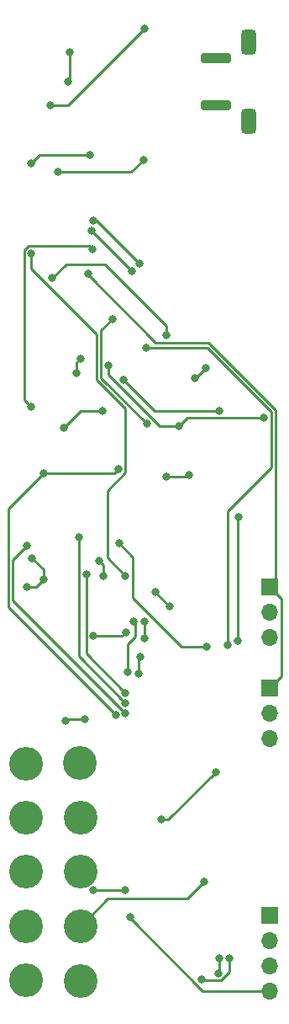
<source format=gbl>
%TF.GenerationSoftware,KiCad,Pcbnew,7.0.10*%
%TF.CreationDate,2024-03-06T19:49:30-08:00*%
%TF.ProjectId,462FinalProject,34363246-696e-4616-9c50-726f6a656374,rev?*%
%TF.SameCoordinates,Original*%
%TF.FileFunction,Copper,L2,Bot*%
%TF.FilePolarity,Positive*%
%FSLAX46Y46*%
G04 Gerber Fmt 4.6, Leading zero omitted, Abs format (unit mm)*
G04 Created by KiCad (PCBNEW 7.0.10) date 2024-03-06 19:49:30*
%MOMM*%
%LPD*%
G01*
G04 APERTURE LIST*
G04 Aperture macros list*
%AMRoundRect*
0 Rectangle with rounded corners*
0 $1 Rounding radius*
0 $2 $3 $4 $5 $6 $7 $8 $9 X,Y pos of 4 corners*
0 Add a 4 corners polygon primitive as box body*
4,1,4,$2,$3,$4,$5,$6,$7,$8,$9,$2,$3,0*
0 Add four circle primitives for the rounded corners*
1,1,$1+$1,$2,$3*
1,1,$1+$1,$4,$5*
1,1,$1+$1,$6,$7*
1,1,$1+$1,$8,$9*
0 Add four rect primitives between the rounded corners*
20,1,$1+$1,$2,$3,$4,$5,0*
20,1,$1+$1,$4,$5,$6,$7,0*
20,1,$1+$1,$6,$7,$8,$9,0*
20,1,$1+$1,$8,$9,$2,$3,0*%
G04 Aperture macros list end*
%TA.AperFunction,ComponentPad*%
%ADD10C,3.400000*%
%TD*%
%TA.AperFunction,ComponentPad*%
%ADD11RoundRect,0.375000X-0.375000X0.875000X-0.375000X-0.875000X0.375000X-0.875000X0.375000X0.875000X0*%
%TD*%
%TA.AperFunction,ComponentPad*%
%ADD12RoundRect,0.200000X1.300000X-0.300000X1.300000X0.300000X-1.300000X0.300000X-1.300000X-0.300000X0*%
%TD*%
%TA.AperFunction,ComponentPad*%
%ADD13RoundRect,0.375000X0.375000X-0.875000X0.375000X0.875000X-0.375000X0.875000X-0.375000X-0.875000X0*%
%TD*%
%TA.AperFunction,ComponentPad*%
%ADD14R,1.700000X1.700000*%
%TD*%
%TA.AperFunction,ComponentPad*%
%ADD15O,1.700000X1.700000*%
%TD*%
%TA.AperFunction,ViaPad*%
%ADD16C,0.800000*%
%TD*%
%TA.AperFunction,Conductor*%
%ADD17C,0.250000*%
%TD*%
G04 APERTURE END LIST*
D10*
%TO.P,TP6,1,1*%
%TO.N,PA12_PA10_MCU*%
X209551215Y-161572020D03*
%TD*%
%TO.P,TP8,1,1*%
%TO.N,PC15_MCU*%
X209530195Y-150568664D03*
%TD*%
%TO.P,TP3,1,1*%
%TO.N,PA2_MCU*%
X204080195Y-150568664D03*
%TD*%
%TO.P,TP9,1,1*%
%TO.N,PB3_PB4_PB5P_PB6_MCU*%
X209530195Y-156018664D03*
%TD*%
D11*
%TO.P,J3,6,Shield*%
%TO.N,GND*%
X226520000Y-75120000D03*
D12*
X223220000Y-73520000D03*
X223220000Y-68720000D03*
D13*
X226520000Y-67120000D03*
%TD*%
D10*
%TO.P,TP1,1,1*%
%TO.N,PA0_MCU*%
X204080195Y-139668664D03*
%TD*%
%TO.P,TP7,1,1*%
%TO.N,PC14_PB9_MCU*%
X209530195Y-145118664D03*
%TD*%
D14*
%TO.P,J4,1,Pin_1*%
%TO.N,LiPO Low*%
X228600000Y-121920000D03*
D15*
%TO.P,J4,2,Pin_2*%
%TO.N,3.3v Battery*%
X228600000Y-124460000D03*
%TO.P,J4,3,Pin_3*%
%TO.N,LiPO High*%
X228600000Y-127000000D03*
%TD*%
D10*
%TO.P,TP10,1,1*%
%TO.N,PB7_PB8_MCU*%
X209462421Y-139635046D03*
%TD*%
D14*
%TO.P,J2,1,Pin_1*%
%TO.N,LiPO Low*%
X228600000Y-132080000D03*
D15*
%TO.P,J2,2,Pin_2*%
%TO.N,LiPO Mid*%
X228600000Y-134620000D03*
%TO.P,J2,3,Pin_3*%
%TO.N,LiPO High*%
X228600000Y-137160000D03*
%TD*%
D10*
%TO.P,TP5,1,1*%
%TO.N,PA11_PA9_MCU*%
X204080195Y-161468664D03*
%TD*%
D14*
%TO.P,J5,1,Pin_1*%
%TO.N,SWDIO*%
X228600000Y-154940000D03*
D15*
%TO.P,J5,2,Pin_2*%
%TO.N,SWCLK*%
X228600000Y-157480000D03*
%TO.P,J5,3,Pin_3*%
%TO.N,NRST*%
X228600000Y-160020000D03*
%TO.P,J5,4,Pin_4*%
%TO.N,GND*%
X228600000Y-162560000D03*
%TD*%
D10*
%TO.P,TP4,1,1*%
%TO.N,PA3_MCU*%
X204080195Y-156018664D03*
%TD*%
%TO.P,TP2,1,1*%
%TO.N,PA1_MCU*%
X204080195Y-145118664D03*
%TD*%
D16*
%TO.N,GND*%
X209173886Y-100385277D03*
X204691393Y-119033764D03*
X209528434Y-98935277D03*
X211858317Y-120831826D03*
X208008945Y-135345000D03*
X205805685Y-121161048D03*
X222159013Y-99869381D03*
X221121044Y-100882024D03*
X204183291Y-121897074D03*
X211453120Y-119287012D03*
X210004754Y-135170524D03*
X215403792Y-130632531D03*
X214530161Y-155104535D03*
X215581065Y-128910443D03*
%TO.N,PC15_MCU*%
X214085000Y-152400000D03*
X210820000Y-152400000D03*
%TO.N,PB3_PB4_PB5P_PB6_MCU*%
X222036124Y-151579317D03*
%TO.N,PA12_PA10_MCU*%
X221728461Y-161406128D03*
X224541023Y-159295000D03*
%TO.N,PA11_PA9_MCU*%
X223541020Y-159295000D03*
X223414895Y-160745000D03*
%TO.N,Net-(D1-K)*%
X218226501Y-96627154D03*
X206696802Y-90882457D03*
%TO.N,ADC_v-to-c*%
X213432105Y-117537882D03*
X222241250Y-127952874D03*
%TO.N,LiPO1_Control*%
X219438541Y-105783041D03*
X228036063Y-104921187D03*
X214085000Y-134620000D03*
X212366765Y-99685602D03*
X204142679Y-117782679D03*
%TO.N,Switch_Regulator_PWM*%
X210118999Y-120627061D03*
X204576812Y-79303779D03*
X210504687Y-78452435D03*
X214085000Y-132545874D03*
%TO.N,FB*%
X217063201Y-122432274D03*
X218560025Y-123861565D03*
%TO.N,LiPO2_Control*%
X214097652Y-133607345D03*
X213872653Y-101087347D03*
X223537604Y-104196187D03*
X209393999Y-116937905D03*
%TO.N,ADC_Current*%
X223162644Y-140522957D03*
X217715000Y-145292167D03*
%TO.N,Net-(U1-EN)*%
X215978744Y-65783057D03*
X206504027Y-73498685D03*
%TO.N,USB Vdc*%
X210675569Y-86096463D03*
X208448375Y-68179624D03*
X208280000Y-71120000D03*
X216142959Y-97851926D03*
X224385375Y-127763687D03*
X214727540Y-90148434D03*
%TO.N,Net-(Q4-D)*%
X207863590Y-105922102D03*
X211766010Y-104219295D03*
%TO.N,LiPO Mid*%
X225394036Y-127356242D03*
X220512518Y-110632225D03*
X225462492Y-114870205D03*
X218246296Y-110847836D03*
%TO.N,Net-(Q6-G)*%
X216245162Y-105510467D03*
X212778453Y-94966743D03*
%TO.N,Switch_Regulated_V*%
X205838062Y-110460281D03*
X213360000Y-110095693D03*
X213107105Y-134829107D03*
X210806024Y-85105006D03*
X215512609Y-89439339D03*
%TO.N,3.3v Battery*%
X214312978Y-130470423D03*
X214890730Y-125405263D03*
%TO.N,SW*%
X215990043Y-125406242D03*
X215978273Y-127078273D03*
%TO.N,LiPO High*%
X214085000Y-120820718D03*
X214113264Y-126453458D03*
X210843999Y-126817819D03*
X204584950Y-88349578D03*
%TO.N,Net-(D7-A)*%
X210787157Y-87967729D03*
X204538083Y-103827222D03*
%TO.N,Net-(D5-K)*%
X207288665Y-80218334D03*
X215884963Y-78977418D03*
%TO.N,LiPO Low*%
X210290155Y-90438479D03*
%TD*%
D17*
%TO.N,GND*%
X215403792Y-130632531D02*
X215403792Y-129087716D01*
X205069659Y-121897074D02*
X205805685Y-121161048D01*
X209173886Y-99289825D02*
X209528434Y-98935277D01*
X205805685Y-121161048D02*
X205805685Y-120148056D01*
X211858317Y-120831826D02*
X211858317Y-119692209D01*
X205805685Y-120148056D02*
X204691393Y-119033764D01*
X221121044Y-100882024D02*
X221146370Y-100882024D01*
X215403792Y-129087716D02*
X215581065Y-128910443D01*
X211858317Y-119692209D02*
X211453120Y-119287012D01*
X221857028Y-162560000D02*
X228600000Y-162560000D01*
X208183421Y-135170524D02*
X208008945Y-135345000D01*
X204183291Y-121897074D02*
X205069659Y-121897074D01*
X210004754Y-135170524D02*
X208183421Y-135170524D01*
X209173886Y-100385277D02*
X209173886Y-99289825D01*
X214530161Y-155104535D02*
X214530161Y-155233133D01*
X221146370Y-100882024D02*
X222159013Y-99869381D01*
X214530161Y-155233133D02*
X221857028Y-162560000D01*
%TO.N,PC15_MCU*%
X214085000Y-152400000D02*
X210820000Y-152400000D01*
%TO.N,PB3_PB4_PB5P_PB6_MCU*%
X212273026Y-153275833D02*
X209530195Y-156018664D01*
X212273026Y-153275833D02*
X220339608Y-153275833D01*
X220339608Y-153275833D02*
X222036124Y-151579317D01*
%TO.N,PA12_PA10_MCU*%
X224541023Y-159295000D02*
X224541023Y-160644177D01*
X223715200Y-161470000D02*
X221792333Y-161470000D01*
X224541023Y-160644177D02*
X223715200Y-161470000D01*
X221792333Y-161470000D02*
X221728461Y-161406128D01*
%TO.N,PA11_PA9_MCU*%
X223541020Y-159295000D02*
X223541020Y-160618875D01*
X223541020Y-160618875D02*
X223414895Y-160745000D01*
%TO.N,Net-(D1-K)*%
X218226501Y-95650429D02*
X212053001Y-89476929D01*
X218226501Y-96627154D02*
X218226501Y-95650429D01*
X212053001Y-89476929D02*
X208102330Y-89476929D01*
X208102330Y-89476929D02*
X206696802Y-90882457D01*
%TO.N,ADC_v-to-c*%
X214810000Y-118915777D02*
X214810000Y-123032336D01*
X214810000Y-123032336D02*
X219730538Y-127952874D01*
X219730538Y-127952874D02*
X222241250Y-127952874D01*
X213432105Y-117537882D02*
X214810000Y-118915777D01*
%TO.N,LiPO1_Control*%
X202710211Y-123245211D02*
X202710211Y-119215147D01*
X228036063Y-104921187D02*
X220300395Y-104921187D01*
X214085000Y-134620000D02*
X202710211Y-123245211D01*
X220300395Y-104921187D02*
X219438541Y-105783041D01*
X202710211Y-119215147D02*
X204142679Y-117782679D01*
X217543041Y-105783041D02*
X219438541Y-105783041D01*
X212366765Y-99685602D02*
X212366765Y-100606765D01*
X212366765Y-100606765D02*
X217543041Y-105783041D01*
%TO.N,Switch_Regulator_PWM*%
X214085000Y-132545874D02*
X210118999Y-128579873D01*
X204576812Y-79303779D02*
X205428156Y-78452435D01*
X205428156Y-78452435D02*
X210504687Y-78452435D01*
X210118999Y-128579873D02*
X210118999Y-120627061D01*
%TO.N,FB*%
X218560025Y-123861565D02*
X218492492Y-123861565D01*
X218492492Y-123861565D02*
X217063201Y-122432274D01*
%TO.N,LiPO2_Control*%
X216981493Y-104196187D02*
X213872653Y-101087347D01*
X214097652Y-133607345D02*
X209393999Y-128903692D01*
X223537604Y-104196187D02*
X216981493Y-104196187D01*
X209393999Y-128903692D02*
X209393999Y-116937905D01*
%TO.N,ADC_Current*%
X218393434Y-145292167D02*
X223162644Y-140522957D01*
X217715000Y-145292167D02*
X218393434Y-145292167D01*
%TO.N,Net-(U1-EN)*%
X206504027Y-73498685D02*
X208263116Y-73498685D01*
X208263116Y-73498685D02*
X215978744Y-65783057D01*
%TO.N,USB Vdc*%
X208448375Y-68179624D02*
X208448375Y-70951625D01*
X214727540Y-90148434D02*
X210675569Y-86096463D01*
X222311926Y-97851926D02*
X216142959Y-97851926D01*
X224385375Y-127763687D02*
X224385375Y-114287077D01*
X228761063Y-104301063D02*
X222311926Y-97851926D01*
X228761063Y-109911389D02*
X228761063Y-104301063D01*
X224385375Y-114287077D02*
X228761063Y-109911389D01*
X208448375Y-70951625D02*
X208280000Y-71120000D01*
%TO.N,Net-(Q4-D)*%
X211766010Y-104219295D02*
X209566397Y-104219295D01*
X209566397Y-104219295D02*
X207863590Y-105922102D01*
%TO.N,LiPO Mid*%
X218246296Y-110847836D02*
X220296907Y-110847836D01*
X225394036Y-114938661D02*
X225462492Y-114870205D01*
X225394036Y-127356242D02*
X225394036Y-114938661D01*
X220296907Y-110847836D02*
X220512518Y-110632225D01*
%TO.N,Net-(Q6-G)*%
X211641765Y-100907070D02*
X216245162Y-105510467D01*
X211641765Y-96103431D02*
X211641765Y-100907070D01*
X212778453Y-94966743D02*
X211641765Y-96103431D01*
%TO.N,Switch_Regulated_V*%
X215512609Y-89439339D02*
X211178276Y-85105006D01*
X202260211Y-123982213D02*
X202260211Y-114038132D01*
X213107105Y-134829107D02*
X202260211Y-123982213D01*
X211178276Y-85105006D02*
X210806024Y-85105006D01*
X205838062Y-110460281D02*
X212995412Y-110460281D01*
X212995412Y-110460281D02*
X213360000Y-110095693D01*
X202260211Y-114038132D02*
X205838062Y-110460281D01*
%TO.N,3.3v Battery*%
X215081006Y-126950235D02*
X214312978Y-127718263D01*
X214890730Y-125405263D02*
X215081006Y-125595539D01*
X214312978Y-127718263D02*
X214312978Y-130470423D01*
X215081006Y-125595539D02*
X215081006Y-126950235D01*
%TO.N,SW*%
X215990043Y-127066503D02*
X215978273Y-127078273D01*
X215990043Y-125406242D02*
X215990043Y-127066503D01*
%TO.N,LiPO High*%
X214085000Y-120820718D02*
X212241838Y-118977556D01*
X212241838Y-112239160D02*
X214085000Y-110395998D01*
X212241838Y-118977556D02*
X212241838Y-112239160D01*
X211191765Y-101093466D02*
X211191765Y-96486568D01*
X213748903Y-126817819D02*
X210843999Y-126817819D01*
X214085000Y-103986701D02*
X211191765Y-101093466D01*
X214113264Y-126453458D02*
X213748903Y-126817819D01*
X211191765Y-96486568D02*
X204584950Y-89879753D01*
X214085000Y-110395998D02*
X214085000Y-103986701D01*
X204584950Y-89879753D02*
X204584950Y-88349578D01*
%TO.N,Net-(D7-A)*%
X204538083Y-103827222D02*
X203859950Y-103149089D01*
X203859950Y-88049273D02*
X204321367Y-87587856D01*
X204321367Y-87587856D02*
X210407284Y-87587856D01*
X210407284Y-87587856D02*
X210787157Y-87967729D01*
X203859950Y-103149089D02*
X203859950Y-88049273D01*
%TO.N,Net-(D5-K)*%
X215884963Y-78977418D02*
X214644047Y-80218334D01*
X214644047Y-80218334D02*
X207288665Y-80218334D01*
%TO.N,LiPO Low*%
X228600000Y-121920000D02*
X229211063Y-121308937D01*
X222448550Y-97352154D02*
X217102532Y-97352154D01*
X229775000Y-123095000D02*
X228600000Y-121920000D01*
X229211063Y-121308937D02*
X229211063Y-104114667D01*
X229211063Y-104114667D02*
X222448550Y-97352154D01*
X217102532Y-97352154D02*
X210290155Y-90539777D01*
X229775000Y-130905000D02*
X229775000Y-123095000D01*
X228600000Y-132080000D02*
X229775000Y-130905000D01*
X210290155Y-90539777D02*
X210290155Y-90438479D01*
%TD*%
M02*

</source>
